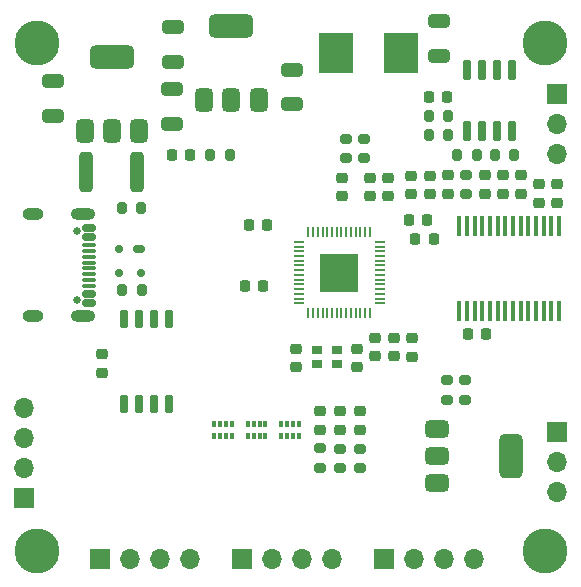
<source format=gbr>
%TF.GenerationSoftware,KiCad,Pcbnew,8.0.5-8.0.5-0~ubuntu22.04.1*%
%TF.CreationDate,2024-10-13T22:34:18+02:00*%
%TF.ProjectId,GLITCHING_FMAW,474c4954-4348-4494-9e47-5f464d41572e,rev?*%
%TF.SameCoordinates,Original*%
%TF.FileFunction,Soldermask,Top*%
%TF.FilePolarity,Negative*%
%FSLAX46Y46*%
G04 Gerber Fmt 4.6, Leading zero omitted, Abs format (unit mm)*
G04 Created by KiCad (PCBNEW 8.0.5-8.0.5-0~ubuntu22.04.1) date 2024-10-13 22:34:18*
%MOMM*%
%LPD*%
G01*
G04 APERTURE LIST*
G04 Aperture macros list*
%AMRoundRect*
0 Rectangle with rounded corners*
0 $1 Rounding radius*
0 $2 $3 $4 $5 $6 $7 $8 $9 X,Y pos of 4 corners*
0 Add a 4 corners polygon primitive as box body*
4,1,4,$2,$3,$4,$5,$6,$7,$8,$9,$2,$3,0*
0 Add four circle primitives for the rounded corners*
1,1,$1+$1,$2,$3*
1,1,$1+$1,$4,$5*
1,1,$1+$1,$6,$7*
1,1,$1+$1,$8,$9*
0 Add four rect primitives between the rounded corners*
20,1,$1+$1,$2,$3,$4,$5,0*
20,1,$1+$1,$4,$5,$6,$7,0*
20,1,$1+$1,$6,$7,$8,$9,0*
20,1,$1+$1,$8,$9,$2,$3,0*%
G04 Aperture macros list end*
%ADD10RoundRect,0.200000X-0.200000X-0.275000X0.200000X-0.275000X0.200000X0.275000X-0.200000X0.275000X0*%
%ADD11RoundRect,0.250000X0.650000X-0.325000X0.650000X0.325000X-0.650000X0.325000X-0.650000X-0.325000X0*%
%ADD12RoundRect,0.225000X0.250000X-0.225000X0.250000X0.225000X-0.250000X0.225000X-0.250000X-0.225000X0*%
%ADD13RoundRect,0.225000X-0.225000X-0.250000X0.225000X-0.250000X0.225000X0.250000X-0.225000X0.250000X0*%
%ADD14R,1.700000X1.700000*%
%ADD15O,1.700000X1.700000*%
%ADD16RoundRect,0.175000X-0.325000X0.175000X-0.325000X-0.175000X0.325000X-0.175000X0.325000X0.175000X0*%
%ADD17RoundRect,0.150000X-0.150000X0.200000X-0.150000X-0.200000X0.150000X-0.200000X0.150000X0.200000X0*%
%ADD18RoundRect,0.225000X-0.250000X0.225000X-0.250000X-0.225000X0.250000X-0.225000X0.250000X0.225000X0*%
%ADD19RoundRect,0.200000X0.275000X-0.200000X0.275000X0.200000X-0.275000X0.200000X-0.275000X-0.200000X0*%
%ADD20RoundRect,0.250000X-0.650000X0.325000X-0.650000X-0.325000X0.650000X-0.325000X0.650000X0.325000X0*%
%ADD21RoundRect,0.225000X0.225000X0.250000X-0.225000X0.250000X-0.225000X-0.250000X0.225000X-0.250000X0*%
%ADD22R,2.950000X3.500000*%
%ADD23R,0.320000X0.500000*%
%ADD24RoundRect,0.375000X0.375000X-0.625000X0.375000X0.625000X-0.375000X0.625000X-0.375000X-0.625000X0*%
%ADD25RoundRect,0.500000X1.400000X-0.500000X1.400000X0.500000X-1.400000X0.500000X-1.400000X-0.500000X0*%
%ADD26RoundRect,0.150000X0.150000X-0.650000X0.150000X0.650000X-0.150000X0.650000X-0.150000X-0.650000X0*%
%ADD27RoundRect,0.150000X0.150000X-0.725000X0.150000X0.725000X-0.150000X0.725000X-0.150000X-0.725000X0*%
%ADD28RoundRect,0.375000X-0.625000X-0.375000X0.625000X-0.375000X0.625000X0.375000X-0.625000X0.375000X0*%
%ADD29RoundRect,0.500000X-0.500000X-1.400000X0.500000X-1.400000X0.500000X1.400000X-0.500000X1.400000X0*%
%ADD30RoundRect,0.200000X0.200000X0.275000X-0.200000X0.275000X-0.200000X-0.275000X0.200000X-0.275000X0*%
%ADD31RoundRect,0.218750X0.218750X0.256250X-0.218750X0.256250X-0.218750X-0.256250X0.218750X-0.256250X0*%
%ADD32RoundRect,0.218750X0.256250X-0.218750X0.256250X0.218750X-0.256250X0.218750X-0.256250X-0.218750X0*%
%ADD33R,0.900000X0.800000*%
%ADD34C,3.800000*%
%ADD35R,0.450000X1.750000*%
%ADD36RoundRect,0.050000X-0.387500X-0.050000X0.387500X-0.050000X0.387500X0.050000X-0.387500X0.050000X0*%
%ADD37RoundRect,0.050000X-0.050000X-0.387500X0.050000X-0.387500X0.050000X0.387500X-0.050000X0.387500X0*%
%ADD38R,3.200000X3.200000*%
%ADD39C,0.650000*%
%ADD40RoundRect,0.150000X-0.425000X0.150000X-0.425000X-0.150000X0.425000X-0.150000X0.425000X0.150000X0*%
%ADD41RoundRect,0.075000X-0.500000X0.075000X-0.500000X-0.075000X0.500000X-0.075000X0.500000X0.075000X0*%
%ADD42O,2.100000X1.000000*%
%ADD43O,1.800000X1.000000*%
%ADD44RoundRect,0.250000X-0.312500X-1.450000X0.312500X-1.450000X0.312500X1.450000X-0.312500X1.450000X0*%
G04 APERTURE END LIST*
D10*
%TO.C,R5*%
X66175000Y-34850000D03*
X67825000Y-34850000D03*
%TD*%
D11*
%TO.C,C5*%
X67050000Y-28125001D03*
X67050000Y-25174999D03*
%TD*%
D12*
%TO.C,C14*%
X72450000Y-39775000D03*
X72450000Y-38225000D03*
%TD*%
D13*
%TO.C,C21*%
X65050000Y-43600000D03*
X66600000Y-43600000D03*
%TD*%
D14*
%TO.C,J3*%
X77000000Y-59920000D03*
D15*
X77000000Y-62460000D03*
X77000000Y-65000000D03*
%TD*%
D10*
%TO.C,R3*%
X68600000Y-36500000D03*
X70250000Y-36500000D03*
%TD*%
D16*
%TO.C,D4*%
X41650000Y-44480000D03*
D17*
X39950000Y-44480000D03*
X39950000Y-46480000D03*
X41850000Y-46480000D03*
%TD*%
D13*
%TO.C,C15*%
X69500000Y-51700000D03*
X71050000Y-51700000D03*
%TD*%
D18*
%TO.C,C17*%
X60120710Y-52895711D03*
X60120710Y-54445711D03*
%TD*%
D14*
%TO.C,J5*%
X50380000Y-70700000D03*
D15*
X52920000Y-70700000D03*
X55459999Y-70700000D03*
X58000000Y-70700000D03*
%TD*%
D19*
%TO.C,R14*%
X58700000Y-63050000D03*
X58700000Y-61400000D03*
%TD*%
%TO.C,R13*%
X60400000Y-63050000D03*
X60400000Y-61400000D03*
%TD*%
D10*
%TO.C,R4*%
X71750000Y-36500000D03*
X73400000Y-36500000D03*
%TD*%
D20*
%TO.C,C4*%
X44500000Y-25650000D03*
X44500000Y-28600002D03*
%TD*%
D18*
%TO.C,C26*%
X61650000Y-52000000D03*
X61650000Y-53550000D03*
%TD*%
%TO.C,C20*%
X63200000Y-52000000D03*
X63200000Y-53550000D03*
%TD*%
D12*
%TO.C,C27*%
X61200000Y-40000000D03*
X61200000Y-38450000D03*
%TD*%
D21*
%TO.C,C25*%
X52175000Y-47600000D03*
X50625000Y-47600000D03*
%TD*%
D12*
%TO.C,C12*%
X77050000Y-40550000D03*
X77050000Y-39000000D03*
%TD*%
D14*
%TO.C,J2*%
X77000000Y-31320001D03*
D15*
X77000000Y-33860001D03*
X77000000Y-36400000D03*
%TD*%
D14*
%TO.C,J6*%
X62380000Y-70700000D03*
D15*
X64920000Y-70700000D03*
X67459999Y-70700000D03*
X70000000Y-70700000D03*
%TD*%
D11*
%TO.C,C3*%
X54575000Y-32225002D03*
X54575000Y-29275000D03*
%TD*%
D20*
%TO.C,C2*%
X34400000Y-30224999D03*
X34400000Y-33175001D03*
%TD*%
D22*
%TO.C,L1*%
X58350000Y-27875000D03*
X63800000Y-27875000D03*
%TD*%
D18*
%TO.C,C16*%
X38550000Y-53375000D03*
X38550000Y-54925000D03*
%TD*%
D23*
%TO.C,RN2*%
X52350000Y-59300001D03*
X51850000Y-59300000D03*
X51350000Y-59300000D03*
X50850000Y-59300001D03*
X50850000Y-60299999D03*
X51350000Y-60300000D03*
X51850000Y-60300000D03*
X52350000Y-60299999D03*
%TD*%
D11*
%TO.C,C1*%
X44475000Y-33895002D03*
X44475000Y-30945000D03*
%TD*%
D24*
%TO.C,U2*%
X47170000Y-31860001D03*
X49470000Y-31860000D03*
D25*
X49470000Y-25560002D03*
D24*
X51770000Y-31860001D03*
%TD*%
D26*
%TO.C,U5*%
X40395000Y-57600000D03*
X41665000Y-57600000D03*
X42935000Y-57600000D03*
X44205000Y-57600000D03*
X44205000Y-50400000D03*
X42935000Y-50400000D03*
X41665000Y-50400000D03*
X40395000Y-50400000D03*
%TD*%
D27*
%TO.C,U3*%
X69445002Y-34475000D03*
X70715001Y-34475000D03*
X71985001Y-34475000D03*
X73255000Y-34475000D03*
X73255000Y-29325000D03*
X71985001Y-29325000D03*
X70715001Y-29325000D03*
X69445002Y-29325000D03*
%TD*%
D19*
%TO.C,R8*%
X59200000Y-36800000D03*
X59200000Y-35150000D03*
%TD*%
D28*
%TO.C,Q2*%
X66850000Y-59700000D03*
X66850001Y-62000000D03*
D29*
X73149999Y-62000000D03*
D28*
X66850000Y-64300000D03*
%TD*%
D21*
%TO.C,C24*%
X52525000Y-42450000D03*
X50975000Y-42450000D03*
%TD*%
D19*
%TO.C,R10*%
X67700000Y-57250000D03*
X67700000Y-55600000D03*
%TD*%
D30*
%TO.C,R6*%
X67825000Y-33200000D03*
X66175000Y-33200000D03*
%TD*%
D18*
%TO.C,C18*%
X54970711Y-52920710D03*
X54970711Y-54470710D03*
%TD*%
D31*
%TO.C,D5*%
X46000000Y-36500000D03*
X44424998Y-36500000D03*
%TD*%
D12*
%TO.C,C22*%
X58800000Y-39975000D03*
X58800000Y-38425000D03*
%TD*%
D30*
%TO.C,R27*%
X49325000Y-36500000D03*
X47675000Y-36500000D03*
%TD*%
D32*
%TO.C,D2*%
X60400000Y-59800000D03*
X60400000Y-58224998D03*
%TD*%
D12*
%TO.C,C8*%
X66250000Y-39800000D03*
X66250000Y-38250000D03*
%TD*%
D19*
%TO.C,R9*%
X60725000Y-36800000D03*
X60725000Y-35150000D03*
%TD*%
D12*
%TO.C,C6*%
X67775000Y-39775000D03*
X67775000Y-38225000D03*
%TD*%
D30*
%TO.C,R1*%
X41825000Y-41000000D03*
X40175000Y-41000000D03*
%TD*%
D12*
%TO.C,C9*%
X64700000Y-39800000D03*
X64700000Y-38250000D03*
%TD*%
D33*
%TO.C,Y1*%
X58370711Y-52995710D03*
X56720711Y-52995710D03*
X56720711Y-54245710D03*
X58370711Y-54245710D03*
%TD*%
D18*
%TO.C,C19*%
X64750000Y-52025000D03*
X64750000Y-53575000D03*
%TD*%
D34*
%TO.C,H1*%
X33000000Y-27000000D03*
%TD*%
D35*
%TO.C,U6*%
X68765000Y-49730000D03*
X69415000Y-49730000D03*
X70065000Y-49730000D03*
X70715000Y-49729999D03*
X71365000Y-49730000D03*
X72014999Y-49730000D03*
X72665000Y-49730000D03*
X73315000Y-49730000D03*
X73965001Y-49730000D03*
X74615000Y-49730000D03*
X75265000Y-49729999D03*
X75915000Y-49730000D03*
X76565000Y-49730000D03*
X77215000Y-49730000D03*
X77215000Y-42530000D03*
X76565000Y-42530000D03*
X75915000Y-42530000D03*
X75265000Y-42530001D03*
X74615000Y-42530000D03*
X73965001Y-42530000D03*
X73315000Y-42530000D03*
X72665000Y-42530000D03*
X72014999Y-42530000D03*
X71365000Y-42530000D03*
X70715000Y-42530001D03*
X70065000Y-42530000D03*
X69415000Y-42530000D03*
X68765000Y-42530000D03*
%TD*%
D21*
%TO.C,C7*%
X67750000Y-31600000D03*
X66200000Y-31600000D03*
%TD*%
D36*
%TO.C,U4*%
X55152500Y-43860000D03*
X55152500Y-44260001D03*
X55152500Y-44660000D03*
X55152500Y-45060000D03*
X55152500Y-45460000D03*
X55152500Y-45859999D03*
X55152500Y-46260000D03*
X55152500Y-46660000D03*
X55152500Y-47060001D03*
X55152500Y-47460000D03*
X55152500Y-47860000D03*
X55152500Y-48260000D03*
X55152500Y-48659999D03*
X55152500Y-49060000D03*
D37*
X55990000Y-49897500D03*
X56390001Y-49897500D03*
X56790000Y-49897500D03*
X57190000Y-49897500D03*
X57590000Y-49897500D03*
X57989999Y-49897500D03*
X58390000Y-49897500D03*
X58790000Y-49897500D03*
X59190001Y-49897500D03*
X59590000Y-49897500D03*
X59990000Y-49897500D03*
X60390000Y-49897500D03*
X60789999Y-49897500D03*
X61190000Y-49897500D03*
D36*
X62027500Y-49060000D03*
X62027500Y-48659999D03*
X62027500Y-48260000D03*
X62027500Y-47860000D03*
X62027500Y-47460000D03*
X62027500Y-47060001D03*
X62027500Y-46660000D03*
X62027500Y-46260000D03*
X62027500Y-45859999D03*
X62027500Y-45460000D03*
X62027500Y-45060000D03*
X62027500Y-44660000D03*
X62027500Y-44260001D03*
X62027500Y-43860000D03*
D37*
X61190000Y-43022500D03*
X60789999Y-43022500D03*
X60390000Y-43022500D03*
X59990000Y-43022500D03*
X59590000Y-43022500D03*
X59190001Y-43022500D03*
X58790000Y-43022500D03*
X58390000Y-43022500D03*
X57989999Y-43022500D03*
X57590000Y-43022500D03*
X57190000Y-43022500D03*
X56790000Y-43022500D03*
X56390001Y-43022500D03*
X55990000Y-43022500D03*
D38*
X58590000Y-46460000D03*
%TD*%
D34*
%TO.C,H2*%
X33000000Y-70000000D03*
%TD*%
D12*
%TO.C,C28*%
X62700000Y-40000000D03*
X62700000Y-38450000D03*
%TD*%
D30*
%TO.C,R2*%
X41875000Y-47925000D03*
X40225000Y-47925000D03*
%TD*%
D14*
%TO.C,J4*%
X38380000Y-70700000D03*
D15*
X40920000Y-70700000D03*
X43459999Y-70700000D03*
X46000000Y-70700000D03*
%TD*%
D23*
%TO.C,RN3*%
X55200000Y-59300002D03*
X54700000Y-59300001D03*
X54200000Y-59300001D03*
X53700000Y-59300002D03*
X53700000Y-60300000D03*
X54200000Y-60300001D03*
X54700000Y-60300001D03*
X55200000Y-60300000D03*
%TD*%
D12*
%TO.C,C11*%
X75500000Y-40550000D03*
X75500000Y-39000000D03*
%TD*%
D39*
%TO.C,J1*%
X36380000Y-42970000D03*
X36380000Y-48750000D03*
D40*
X37455000Y-42660000D03*
X37455000Y-43460000D03*
D41*
X37454999Y-44610000D03*
X37455000Y-45610000D03*
X37455000Y-46110000D03*
X37454999Y-47110000D03*
D40*
X37455000Y-48260000D03*
X37455000Y-49060000D03*
X37455000Y-49060000D03*
X37455000Y-48260000D03*
D41*
X37455000Y-47610000D03*
X37455000Y-46610000D03*
X37455000Y-45110000D03*
X37455000Y-44110000D03*
D40*
X37455000Y-43460000D03*
X37455000Y-42660000D03*
D42*
X36880000Y-41540000D03*
D43*
X32700000Y-41540000D03*
D42*
X36880000Y-50180000D03*
D43*
X32700000Y-50180000D03*
%TD*%
D19*
%TO.C,R12*%
X57000000Y-63000000D03*
X57000000Y-61350000D03*
%TD*%
D13*
%TO.C,C23*%
X64500000Y-42000000D03*
X66050000Y-42000000D03*
%TD*%
D32*
%TO.C,D3*%
X58700000Y-59800000D03*
X58700000Y-58224998D03*
%TD*%
D44*
%TO.C,F1*%
X37175000Y-37975000D03*
X41450000Y-37975000D03*
%TD*%
D12*
%TO.C,C13*%
X70925000Y-39775000D03*
X70925000Y-38225000D03*
%TD*%
D23*
%TO.C,RN1*%
X49500000Y-59300002D03*
X49000000Y-59300001D03*
X48500000Y-59300001D03*
X48000000Y-59300002D03*
X48000000Y-60300000D03*
X48500000Y-60300001D03*
X49000000Y-60300001D03*
X49500000Y-60300000D03*
%TD*%
D12*
%TO.C,C10*%
X73975000Y-39775000D03*
X73975000Y-38225000D03*
%TD*%
D34*
%TO.C,H4*%
X76000000Y-27000000D03*
%TD*%
D24*
%TO.C,U1*%
X37042500Y-34515001D03*
X39342500Y-34515000D03*
D25*
X39342500Y-28215002D03*
D24*
X41642500Y-34515001D03*
%TD*%
D14*
%TO.C,J7*%
X31900000Y-65540000D03*
D15*
X31900000Y-63000000D03*
X31900000Y-60460001D03*
X31900000Y-57920000D03*
%TD*%
D19*
%TO.C,R7*%
X69300000Y-39825000D03*
X69300000Y-38175000D03*
%TD*%
%TO.C,R11*%
X69250000Y-57250000D03*
X69250000Y-55600000D03*
%TD*%
D34*
%TO.C,H3*%
X76000000Y-70000000D03*
%TD*%
D32*
%TO.C,D1*%
X57000000Y-59787501D03*
X57000000Y-58212499D03*
%TD*%
M02*

</source>
